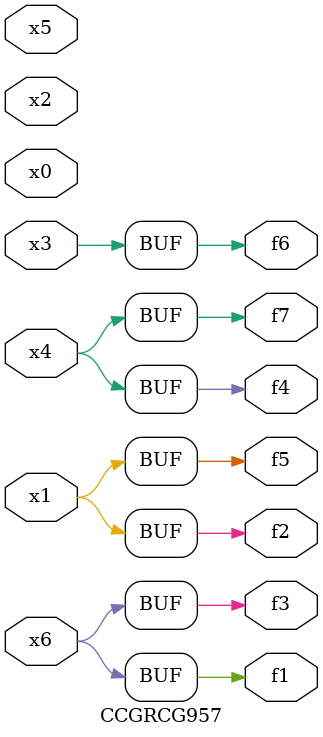
<source format=v>
module CCGRCG957(
	input x0, x1, x2, x3, x4, x5, x6,
	output f1, f2, f3, f4, f5, f6, f7
);
	assign f1 = x6;
	assign f2 = x1;
	assign f3 = x6;
	assign f4 = x4;
	assign f5 = x1;
	assign f6 = x3;
	assign f7 = x4;
endmodule

</source>
